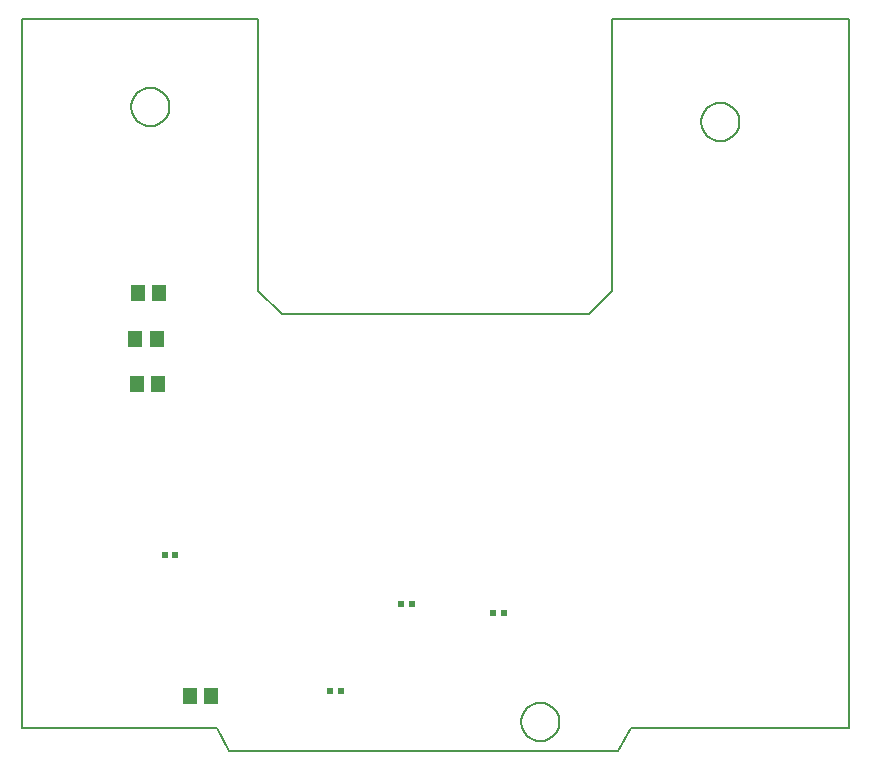
<source format=gbr>
G04 PROTEUS GERBER X2 FILE*
%TF.GenerationSoftware,Labcenter,Proteus,8.12-SP0-Build30713*%
%TF.CreationDate,2021-08-06T04:24:26+00:00*%
%TF.FileFunction,Paste,Bot*%
%TF.FilePolarity,Positive*%
%TF.Part,Single*%
%TF.SameCoordinates,{793229e0-97f6-4af7-a571-5be770182b8e}*%
%FSLAX45Y45*%
%MOMM*%
G01*
%TA.AperFunction,Material*%
%ADD54R,1.143000X1.447800*%
%ADD55R,0.609600X0.609600*%
%TA.AperFunction,Profile*%
%ADD24C,0.203200*%
%TD.AperFunction*%
D54*
X+980000Y+3680000D03*
X+1160000Y+3680000D03*
X+960000Y+3290000D03*
X+1140000Y+3290000D03*
X+970000Y+2910000D03*
X+1150000Y+2910000D03*
X+1600000Y+270000D03*
X+1420000Y+270000D03*
D55*
X+3210000Y+1050000D03*
X+3300000Y+1050000D03*
X+1210000Y+1460000D03*
X+1300000Y+1460000D03*
X+4080000Y+970000D03*
X+3990000Y+970000D03*
X+2700000Y+310000D03*
X+2610000Y+310000D03*
D24*
X+0Y+0D02*
X+1650000Y+0D01*
X+7000000Y+0D02*
X+7000000Y+6000000D01*
X+5000000Y+6000000D01*
X+5000000Y+3700000D01*
X+4800000Y+3500000D01*
X+2200000Y+3500000D01*
X+2000000Y+3700000D02*
X+2000000Y+6000000D01*
X+0Y+6000000D01*
X+0Y+0D01*
X+2000000Y+3700000D02*
X+2200000Y+3500000D01*
X+5160000Y+0D02*
X+7000000Y+0D01*
X+1750000Y-200000D02*
X+5050000Y-200000D01*
X+1650000Y+0D02*
X+1750000Y-200000D01*
X+5160000Y+0D02*
X+5050000Y-200000D01*
X+4550045Y+50000D02*
X+4549508Y+63142D01*
X+4545144Y+89427D01*
X+4536029Y+115712D01*
X+4521182Y+141997D01*
X+4498470Y+168118D01*
X+4472185Y+187898D01*
X+4445900Y+200658D01*
X+4419615Y+208108D01*
X+4393330Y+210987D01*
X+4389000Y+211045D01*
X+4227955Y+50000D02*
X+4228492Y+63142D01*
X+4232856Y+89427D01*
X+4241971Y+115712D01*
X+4256818Y+141997D01*
X+4279530Y+168118D01*
X+4305815Y+187898D01*
X+4332100Y+200658D01*
X+4358385Y+208108D01*
X+4384670Y+210987D01*
X+4389000Y+211045D01*
X+4227955Y+50000D02*
X+4228492Y+36858D01*
X+4232856Y+10573D01*
X+4241971Y-15712D01*
X+4256818Y-41997D01*
X+4279530Y-68118D01*
X+4305815Y-87898D01*
X+4332100Y-100658D01*
X+4358385Y-108108D01*
X+4384670Y-110987D01*
X+4389000Y-111045D01*
X+4550045Y+50000D02*
X+4549508Y+36858D01*
X+4545144Y+10573D01*
X+4536029Y-15712D01*
X+4521182Y-41997D01*
X+4498470Y-68118D01*
X+4472185Y-87898D01*
X+4445900Y-100658D01*
X+4419615Y-108108D01*
X+4393330Y-110987D01*
X+4389000Y-111045D01*
X+6074045Y+5130000D02*
X+6073508Y+5143142D01*
X+6069144Y+5169427D01*
X+6060029Y+5195712D01*
X+6045182Y+5221997D01*
X+6022470Y+5248118D01*
X+5996185Y+5267898D01*
X+5969900Y+5280658D01*
X+5943615Y+5288108D01*
X+5917330Y+5290987D01*
X+5913000Y+5291045D01*
X+5751955Y+5130000D02*
X+5752492Y+5143142D01*
X+5756856Y+5169427D01*
X+5765971Y+5195712D01*
X+5780818Y+5221997D01*
X+5803530Y+5248118D01*
X+5829815Y+5267898D01*
X+5856100Y+5280658D01*
X+5882385Y+5288108D01*
X+5908670Y+5290987D01*
X+5913000Y+5291045D01*
X+5751955Y+5130000D02*
X+5752492Y+5116858D01*
X+5756856Y+5090573D01*
X+5765971Y+5064288D01*
X+5780818Y+5038003D01*
X+5803530Y+5011882D01*
X+5829815Y+4992102D01*
X+5856100Y+4979342D01*
X+5882385Y+4971892D01*
X+5908670Y+4969013D01*
X+5913000Y+4968955D01*
X+6074045Y+5130000D02*
X+6073508Y+5116858D01*
X+6069144Y+5090573D01*
X+6060029Y+5064288D01*
X+6045182Y+5038003D01*
X+6022470Y+5011882D01*
X+5996185Y+4992102D01*
X+5969900Y+4979342D01*
X+5943615Y+4971892D01*
X+5917330Y+4969013D01*
X+5913000Y+4968955D01*
X+1248045Y+5257000D02*
X+1247508Y+5270142D01*
X+1243144Y+5296427D01*
X+1234029Y+5322712D01*
X+1219182Y+5348997D01*
X+1196470Y+5375118D01*
X+1170185Y+5394898D01*
X+1143900Y+5407658D01*
X+1117615Y+5415108D01*
X+1091330Y+5417987D01*
X+1087000Y+5418045D01*
X+925955Y+5257000D02*
X+926492Y+5270142D01*
X+930856Y+5296427D01*
X+939971Y+5322712D01*
X+954818Y+5348997D01*
X+977530Y+5375118D01*
X+1003815Y+5394898D01*
X+1030100Y+5407658D01*
X+1056385Y+5415108D01*
X+1082670Y+5417987D01*
X+1087000Y+5418045D01*
X+925955Y+5257000D02*
X+926492Y+5243858D01*
X+930856Y+5217573D01*
X+939971Y+5191288D01*
X+954818Y+5165003D01*
X+977530Y+5138882D01*
X+1003815Y+5119102D01*
X+1030100Y+5106342D01*
X+1056385Y+5098892D01*
X+1082670Y+5096013D01*
X+1087000Y+5095955D01*
X+1248045Y+5257000D02*
X+1247508Y+5243858D01*
X+1243144Y+5217573D01*
X+1234029Y+5191288D01*
X+1219182Y+5165003D01*
X+1196470Y+5138882D01*
X+1170185Y+5119102D01*
X+1143900Y+5106342D01*
X+1117615Y+5098892D01*
X+1091330Y+5096013D01*
X+1087000Y+5095955D01*
M02*

</source>
